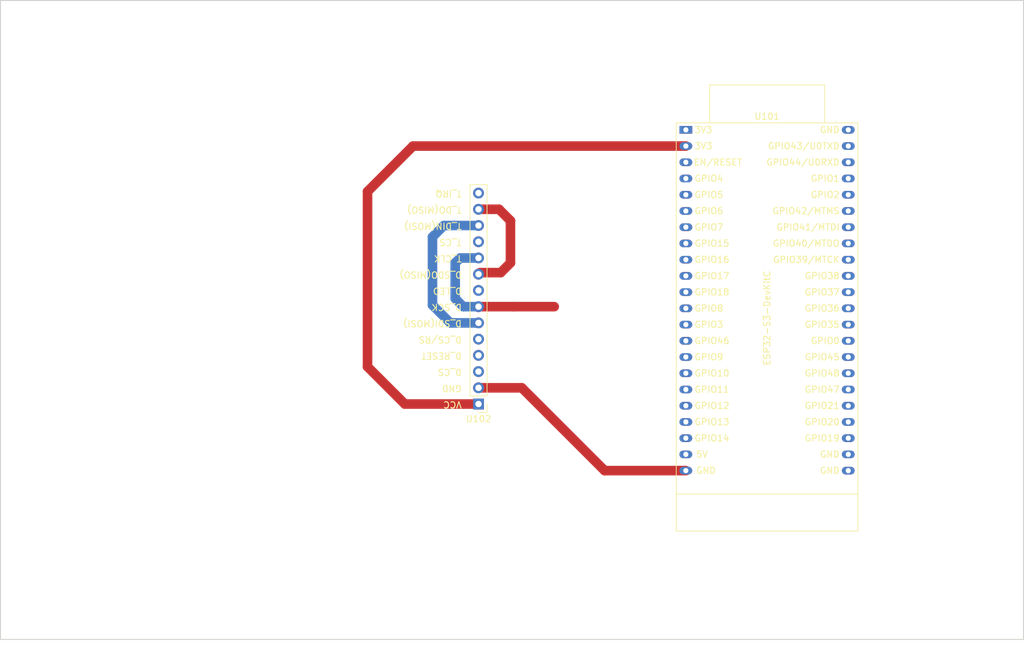
<source format=kicad_pcb>
(kicad_pcb (version 20221018) (generator pcbnew)
  (layers (0 "F.Cu" signal) (31 "B.Cu" signal) (34 "B.Paste" user) (35 "F.Paste" user) (36 "B.SilkS" user "B.Silkscreen") (37 "F.SilkS" user "F.Silkscreen") (38 "B.Mask" user) (39 "F.Mask" user) (44 "Edge.Cuts" user))
  (net 0 "")
  (net 29 "Net-(U102-VCC)")
  (net 30 "Net-(U101-GPIO6{slash}ADC1_CH5)")
  (net 31 "Net-(U101-GPIO7{slash}ADC1_CH6)")
  (net 32 "Net-(U101-GPIO8{slash}ADC1_CH7)")
  (net 33 "Net-(U101-GPIO3{slash}ADC1_CH2)")
  (net 34 "Net-(U101-GPIO9{slash}ADC1_CH8)")
  (net 35 "Net-(U101-GPIO10{slash}ADC1_CH9)")
  (net 36 "Net-(U101-GPIO11{slash}ADC2_CH0)")
  (net 37 "Net-(U101-GPIO12{slash}ADC2_CH1)")
  (net 38 "Net-(U101-GPIO14{slash}ADC2_CH3)")
  (net 39 "Net-(U102-GND)")
  (footprint "KiCad_modulesFP:tft_st7796s_xpt2046" (layer "F.Cu") (at 129.76 108.16 180)
    (fp_text reference "U102" (at 0 -2.33) (layer "F.SilkS"))
    (fp_text value "TFT_ST7796S_XPT2046")
    (fp_text user "D_RESET" (at 2.54 8.12 180 unlocked) (layer "F.SilkS") (effects (justify left bottom)))
    (fp_text user "T_DIN(MOSI)" (at 2.54 28.44 180 unlocked) (layer "F.SilkS") (effects (justify left bottom)))
    (fp_text user "T_CS" (at 2.54 25.9 180 unlocked) (layer "F.SilkS") (effects (justify left bottom)))
    (fp_text user "T_IRQ" (at 2.54 33.52 180 unlocked) (layer "F.SilkS") (effects (justify left bottom)))
    (fp_text user "D_SDI(MOSI)" (at 2.54 13.2 180 unlocked) (layer "F.SilkS") (effects (justify left bottom)))
    (fp_text user "D_LED" (at 2.54 18.28 180 unlocked) (layer "F.SilkS") (effects (justify left bottom)))
    (fp_text user "VCC" (at 2.54 0.5 180 unlocked) (layer "F.SilkS") (effects (justify left bottom)))
    (fp_text user "D_CS" (at 2.54 5.58 180 unlocked) (layer "F.SilkS") (effects (justify left bottom)))
    (fp_text user "D_CS/RS" (at 2.54 10.66 180 unlocked) (layer "F.SilkS") (effects (justify left bottom)))
    (fp_text user "GND" (at 2.54 3.04 180 unlocked) (layer "F.SilkS") (effects (justify left bottom)))
    (fp_text user "T_DO(MISO)" (at 2.54 30.98 180 unlocked) (layer "F.SilkS") (effects (justify left bottom)))
    (fp_text user "D_SDO(MISO)" (at 2.54 20.82 180 unlocked) (layer "F.SilkS") (effects (justify left bottom)))
    (fp_text user "T_CLK" (at 2.54 23.36 180 unlocked) (layer "F.SilkS") (effects (justify left bottom)))
    (fp_text user "D_SCK" (at 2.54 15.74 180 unlocked) (layer "F.SilkS") (effects (justify left bottom)))
    (fp_line (start -1.33 -1.33) (end 0 -1.33) (stroke (width 0.12)) (layer "F.SilkS"))
    (fp_line (start -1.33 0) (end -1.33 -1.33) (stroke (width 0.12)) (layer "F.SilkS"))
    (fp_line (start -1.33 1.27) (end -1.33 34.35) (stroke (width 0.12)) (layer "F.SilkS"))
    (fp_line (start -1.33 1.27) (end 1.33 1.27) (stroke (width 0.12)) (layer "F.SilkS"))
    (fp_line (start -1.33 34.35) (end 1.33 34.35) (stroke (width 0.12)) (layer "F.SilkS"))
    (fp_line (start 1.33 1.27) (end 1.33 34.35) (stroke (width 0.12)) (layer "F.SilkS"))
    (pad "1" thru_hole rect (at 0 0 180) (size 1.7 1.7) (drill 1) (layers "*.Cu" "*.Mask") (net 29 "Net-(U102-VCC)"))
    (pad "2" thru_hole oval (at 0 2.54 180) (size 1.7 1.7) (drill 1) (layers "*.Cu" "*.Mask") (net 39 "Net-(U102-GND)"))
    (pad "3" thru_hole oval (at 0 5.08 180) (size 1.7 1.7) (drill 1) (layers "*.Cu" "*.Mask") (net 35 "Net-(U101-GPIO10{slash}ADC1_CH9)"))
    (pad "4" thru_hole oval (at 0 7.62 180) (size 1.7 1.7) (drill 1) (layers "*.Cu" "*.Mask") (net 38 "Net-(U101-GPIO14{slash}ADC2_CH3)"))
    (pad "5" thru_hole oval (at 0 10.16 180) (size 1.7 1.7) (drill 1) (layers "*.Cu" "*.Mask") (net 34 "Net-(U101-GPIO9{slash}ADC1_CH8)"))
    (pad "6" thru_hole oval (at 0 12.7 180) (size 1.7 1.7) (drill 1) (layers "*.Cu" "*.Mask") (net 36 "Net-(U101-GPIO11{slash}ADC2_CH0)"))
    (pad "7" thru_hole oval (at 0 15.24 180) (size 1.7 1.7) (drill 1) (layers "*.Cu" "*.Mask") (net 37 "Net-(U101-GPIO12{slash}ADC2_CH1)"))
    (pad "8" thru_hole oval (at 0 17.78 180) (size 1.7 1.7) (drill 1) (layers "*.Cu" "*.Mask") (net 33 "Net-(U101-GPIO3{slash}ADC1_CH2)"))
    (pad "9" thru_hole oval (at 0 20.32 180) (size 1.7 1.7) (drill 1) (layers "*.Cu" "*.Mask") (net 32 "Net-(U101-GPIO8{slash}ADC1_CH7)"))
    (pad "10" thru_hole oval (at 0 22.86 180) (size 1.7 1.7) (drill 1) (layers "*.Cu" "*.Mask") (net 37 "Net-(U101-GPIO12{slash}ADC2_CH1)"))
    (pad "11" thru_hole oval (at 0 25.4 180) (size 1.7 1.7) (drill 1) (layers "*.Cu" "*.Mask") (net 30 "Net-(U101-GPIO6{slash}ADC1_CH5)"))
    (pad "12" thru_hole oval (at 0 27.94 180) (size 1.7 1.7) (drill 1) (layers "*.Cu" "*.Mask") (net 36 "Net-(U101-GPIO11{slash}ADC2_CH0)"))
    (pad "13" thru_hole oval (at 0 30.48 180) (size 1.7 1.7) (drill 1) (layers "*.Cu" "*.Mask") (net 32 "Net-(U101-GPIO8{slash}ADC1_CH7)"))
    (pad "14" thru_hole oval (at 0 33.02 180) (size 1.7 1.7) (drill 1) (layers "*.Cu" "*.Mask") (net 31 "Net-(U101-GPIO7{slash}ADC1_CH6)"))
  )
  (footprint "KiCad_modulesFP:ESP32-S3-DevKitC_wide" (layer "F.Cu") (at 162.188 65.244)
    (fp_text reference "U101" (at 12.7 -2.1) (layer "F.SilkS"))
    (fp_text value "ESP32-S3-DevKitC" (at 12.69632 29.46128 90) (layer "F.SilkS"))
    (fp_text user "GND" (at 24.13 50.8 unlocked) (layer "F.SilkS") (effects (justify right)))
    (fp_text user "GPIO35" (at 24.13 30.48 unlocked) (layer "F.SilkS") (effects (justify right)))
    (fp_text user "GPIO21" (at 24.13 43.18 unlocked) (layer "F.SilkS") (effects (justify right)))
    (fp_text user "GPIO47" (at 24.13 40.64 unlocked) (layer "F.SilkS") (effects (justify right)))
    (fp_text user "GPIO6" (at 1.27 12.7 unlocked) (layer "F.SilkS") (effects (justify left)))
    (fp_text user "GPIO37" (at 24.13 25.4 unlocked) (layer "F.SilkS") (effects (justify right)))
    (fp_text user "GPIO0" (at 24.13 33.02 unlocked) (layer "F.SilkS") (effects (justify right)))
    (fp_text user "GPIO1" (at 24.13 7.62 unlocked) (layer "F.SilkS") (effects (justify right)))
    (fp_text user "EN/RESET" (at 8.88632 5.07728 unlocked) (layer "F.SilkS") (effects (justify right)))
    (fp_text user "GPIO46" (at 1.27 33.02 unlocked) (layer "F.SilkS") (effects (justify left)))
    (fp_text user "GPIO16" (at 1.27 20.32 unlocked) (layer "F.SilkS") (effects (justify left)))
    (fp_text user "GPIO36" (at 24.13 27.94 unlocked) (layer "F.SilkS") (effects (justify right)))
    (fp_text user "GPIO39/MTCK" (at 24.13 20.32 unlocked) (layer "F.SilkS") (effects (justify right)))
    (fp_text user "3V3" (at 1.27 2.54 unlocked) (layer "F.SilkS") (effects (justify left)))
    (fp_text user "GPIO12" (at 1.27 43.18 unlocked) (layer "F.SilkS") (effects (justify left)))
    (fp_text user "GND" (at 24.13 0 unlocked) (layer "F.SilkS") (effects (justify right)))
    (fp_text user "GPIO19" (at 24.13 48.26 unlocked) (layer "F.SilkS") (effects (justify right)))
    (fp_text user "GPIO38" (at 24.13 22.86 unlocked) (layer "F.SilkS") (effects (justify right)))
    (fp_text user "GPIO45" (at 24.13 35.56 unlocked) (layer "F.SilkS") (effects (justify right)))
    (fp_text user "GPIO17" (at 1.27 22.86 unlocked) (layer "F.SilkS") (effects (justify left)))
    (fp_text user "GND" (at 24.13 53.34 unlocked) (layer "F.SilkS") (effects (justify right)))
    (fp_text user "GPIO9" (at 1.27 35.56 unlocked) (layer "F.SilkS") (effects (justify left)))
    (fp_text user "GPIO7" (at 1.27 15.24 unlocked) (layer "F.SilkS") (effects (justify left)))
    (fp_text user "5V" (at 1.52032 50.79728 unlocked) (layer "F.SilkS") (effects (justify left)))
    (fp_text user "GPIO4" (at 1.27 7.62 unlocked) (layer "F.SilkS") (effects (justify left)))
    (fp_text user "GPIO8" (at 1.27 27.94 unlocked) (layer "F.SilkS") (effects (justify left)))
    (fp_text user "GPIO20" (at 24.13 45.72 unlocked) (layer "F.SilkS") (effects (justify right)))
    (fp_text user "GPIO43/U0TXD" (at 24.13 2.54 unlocked) (layer "F.SilkS") (effects (justify right)))
    (fp_text user "GPIO3" (at 1.27 30.48 unlocked) (layer "F.SilkS") (effects (justify left)))
    (fp_text user "GPIO18" (at 1.27 25.4 unlocked) (layer "F.SilkS") (effects (justify left)))
    (fp_text user "GPIO14" (at 1.27 48.26 unlocked) (layer "F.SilkS") (effects (justify left)))
    (fp_text user "GPIO44/U0RXD" (at 24.13 5.08 unlocked) (layer "F.SilkS") (effects (justify right)))
    (fp_text user "GPIO13" (at 1.27 45.72 unlocked) (layer "F.SilkS") (effects (justify left)))
    (fp_text user "GPIO15" (at 1.27 17.78 unlocked) (layer "F.SilkS") (effects (justify left)))
    (fp_text user "GPIO5" (at 1.27 10.16 unlocked) (layer "F.SilkS") (effects (justify left)))
    (fp_text user "GPIO42/MTMS" (at 24.13 12.7 unlocked) (layer "F.SilkS") (effects (justify right)))
    (fp_text user "GPIO41/MTDI" (at 24.13 15.24 unlocked) (layer "F.SilkS") (effects (justify right)))
    (fp_text user "GPIO40/MTDO" (at 24.13 17.78 unlocked) (layer "F.SilkS") (effects (justify right)))
    (fp_text user "GPIO48" (at 24.13 38.1 unlocked) (layer "F.SilkS") (effects (justify right)))
    (fp_text user "GPIO11" (at 1.27 40.64 unlocked) (layer "F.SilkS") (effects (justify left)))
    (fp_text user "GPIO2" (at 24.13 10.16 unlocked) (layer "F.SilkS") (effects (justify right)))
    (fp_text user "GND" (at 1.52032 53.33728 unlocked) (layer "F.SilkS") (effects (justify left)))
    (fp_text user "GPIO10" (at 1.27 38.1 unlocked) (layer "F.SilkS") (effects (justify left)))
    (fp_text user "3V3" (at 1.27 0 unlocked) (layer "F.SilkS") (effects (justify left)))
    (fp_line (start -1.5 57) (end 26.9 57) (stroke (width 0.12)) (layer "F.SilkS"))
    (fp_line (start -1.5 62.79728) (end 26.9 62.79728) (stroke (width 0.12)) (layer "F.SilkS"))
    (fp_line (start -1.499999 -1.1) (end -1.5 62.79728) (stroke (width 0.12)) (layer "F.SilkS"))
    (fp_line (start 3.73012 -7.01312) (end 21.71332 -7.01312) (stroke (width 0.12)) (layer "F.SilkS"))
    (fp_line (start 3.73012 -1.12032) (end 3.73012 -7.01312) (stroke (width 0.12)) (layer "F.SilkS"))
    (fp_line (start 21.71332 -7.01312) (end 21.71332 -1.12032) (stroke (width 0.12)) (layer "F.SilkS"))
    (fp_line (start 26.9 -1.1) (end -1.499999 -1.1) (stroke (width 0.12)) (layer "F.SilkS"))
    (fp_line (start 26.9 62.79728) (end 26.9 -1.1) (stroke (width 0.12)) (layer "F.SilkS"))
    (pad "1" thru_hole rect (at 0 0 270) (size 1.2 2) (drill 0.8) (layers "*.Cu" "*.Mask") (net 29 "Net-(U102-VCC)"))
    (pad "2" thru_hole oval (at 0 2.54 270) (size 1.2 2) (drill 0.8) (layers "*.Cu" "*.Mask") (net 29 "Net-(U102-VCC)"))
    (pad "3" thru_hole oval (at 0 5.08 270) (size 1.2 2) (drill 0.8) (layers "*.Cu" "*.Mask"))
    (pad "4" thru_hole oval (at 0 7.62 270) (size 1.2 2) (drill 0.8) (layers "*.Cu" "*.Mask"))
    (pad "5" thru_hole oval (at 0 10.16 270) (size 1.2 2) (drill 0.8) (layers "*.Cu" "*.Mask"))
    (pad "6" thru_hole oval (at 0 12.7 270) (size 1.2 2) (drill 0.8) (layers "*.Cu" "*.Mask") (net 30 "Net-(U101-GPIO6{slash}ADC1_CH5)"))
    (pad "7" thru_hole oval (at 0 15.24 270) (size 1.2 2) (drill 0.8) (layers "*.Cu" "*.Mask") (net 31 "Net-(U101-GPIO7{slash}ADC1_CH6)"))
    (pad "8" thru_hole oval (at 0 17.78 270) (size 1.2 2) (drill 0.8) (layers "*.Cu" "*.Mask"))
    (pad "9" thru_hole oval (at 0 20.32 270) (size 1.2 2) (drill 0.8) (layers "*.Cu" "*.Mask"))
    (pad "10" thru_hole oval (at 0 22.86 270) (size 1.2 2) (drill 0.8) (layers "*.Cu" "*.Mask"))
    (pad "11" thru_hole oval (at 0 25.4 270) (size 1.2 2) (drill 0.8) (layers "*.Cu" "*.Mask"))
    (pad "12" thru_hole oval (at 0 27.94 270) (size 1.2 2) (drill 0.8) (layers "*.Cu" "*.Mask") (net 32 "Net-(U101-GPIO8{slash}ADC1_CH7)"))
    (pad "13" thru_hole oval (at 0 30.48 270) (size 1.2 2) (drill 0.8) (layers "*.Cu" "*.Mask") (net 33 "Net-(U101-GPIO3{slash}ADC1_CH2)"))
    (pad "14" thru_hole oval (at 0 33.02 270) (size 1.2 2) (drill 0.8) (layers "*.Cu" "*.Mask"))
    (pad "15" thru_hole oval (at 0 35.56 270) (size 1.2 2) (drill 0.8) (layers "*.Cu" "*.Mask") (net 34 "Net-(U101-GPIO9{slash}ADC1_CH8)"))
    (pad "16" thru_hole oval (at 0 38.1 270) (size 1.2 2) (drill 0.8) (layers "*.Cu" "*.Mask") (net 35 "Net-(U101-GPIO10{slash}ADC1_CH9)"))
    (pad "17" thru_hole oval (at 0 40.64 270) (size 1.2 2) (drill 0.8) (layers "*.Cu" "*.Mask") (net 36 "Net-(U101-GPIO11{slash}ADC2_CH0)"))
    (pad "18" thru_hole oval (at 0 43.18 270) (size 1.2 2) (drill 0.8) (layers "*.Cu" "*.Mask") (net 37 "Net-(U101-GPIO12{slash}ADC2_CH1)"))
    (pad "19" thru_hole oval (at 0 45.72 270) (size 1.2 2) (drill 0.8) (layers "*.Cu" "*.Mask"))
    (pad "20" thru_hole oval (at -0.00368 48.25728 270) (size 1.2 2) (drill 0.8) (layers "*.Cu" "*.Mask") (net 38 "Net-(U101-GPIO14{slash}ADC2_CH3)"))
    (pad "21" thru_hole oval (at -0.00368 50.79728 270) (size 1.2 2) (drill 0.8) (layers "*.Cu" "*.Mask"))
    (pad "22" thru_hole oval (at -0.00368 53.33728 270) (size 1.2 2) (drill 0.8) (layers "*.Cu" "*.Mask") (net 39 "Net-(U102-GND)"))
    (pad "23" thru_hole oval (at 25.4 53.34 270) (size 1.2 2) (drill 0.8) (layers "*.Cu" "*.Mask") (net 39 "Net-(U102-GND)"))
    (pad "24" thru_hole oval (at 25.4 50.8 270) (size 1.2 2) (drill 0.8) (layers "*.Cu" "*.Mask") (net 39 "Net-(U102-GND)"))
    (pad "25" thru_hole oval (at 25.4 48.26 270) (size 1.2 2) (drill 0.8) (layers "*.Cu" "*.Mask"))
    (pad "26" thru_hole oval (at 25.4 45.72 270) (size 1.2 2) (drill 0.8) (layers "*.Cu" "*.Mask"))
    (pad "27" thru_hole oval (at 25.4 43.18 270) (size 1.2 2) (drill 0.8) (layers "*.Cu" "*.Mask"))
    (pad "28" thru_hole oval (at 25.4 40.64 270) (size 1.2 2) (drill 0.8) (layers "*.Cu" "*.Mask"))
    (pad "29" thru_hole oval (at 25.4 38.1 270) (size 1.2 2) (drill 0.8) (layers "*.Cu" "*.Mask"))
    (pad "30" thru_hole oval (at 25.4 35.56 270) (size 1.2 2) (drill 0.8) (layers "*.Cu" "*.Mask"))
    (pad "31" thru_hole oval (at 25.4 33.02 270) (size 1.2 2) (drill 0.8) (layers "*.Cu" "*.Mask"))
    (pad "32" thru_hole oval (at 25.4 30.48 270) (size 1.2 2) (drill 0.8) (layers "*.Cu" "*.Mask"))
    (pad "33" thru_hole oval (at 25.4 27.94 270) (size 1.2 2) (drill 0.8) (layers "*.Cu" "*.Mask"))
    (pad "34" thru_hole oval (at 25.4 25.4 270) (size 1.2 2) (drill 0.8) (layers "*.Cu" "*.Mask"))
    (pad "35" thru_hole oval (at 25.4 22.86 270) (size 1.2 2) (drill 0.8) (layers "*.Cu" "*.Mask"))
    (pad "36" thru_hole oval (at 25.4 20.32 270) (size 1.2 2) (drill 0.8) (layers "*.Cu" "*.Mask"))
    (pad "37" thru_hole oval (at 25.4 17.78 270) (size 1.2 2) (drill 0.8) (layers "*.Cu" "*.Mask"))
    (pad "38" thru_hole oval (at 25.4 15.24 270) (size 1.2 2) (drill 0.8) (layers "*.Cu" "*.Mask"))
    (pad "39" thru_hole oval (at 25.4 12.7 270) (size 1.2 2) (drill 0.8) (layers "*.Cu" "*.Mask"))
    (pad "40" thru_hole oval (at 25.4 10.16 270) (size 1.2 2) (drill 0.8) (layers "*.Cu" "*.Mask"))
    (pad "41" thru_hole oval (at 25.4 7.62 270) (size 1.2 2) (drill 0.8) (layers "*.Cu" "*.Mask"))
    (pad "42" thru_hole oval (at 25.4 5.08 270) (size 1.2 2) (drill 0.8) (layers "*.Cu" "*.Mask"))
    (pad "43" thru_hole oval (at 25.4 2.54 270) (size 1.2 2) (drill 0.8) (layers "*.Cu" "*.Mask"))
    (pad "44" thru_hole oval (at 25.4 0 270) (size 1.2 2) (drill 0.8) (layers "*.Cu" "*.Mask") (net 39 "Net-(U102-GND)"))
  )
  (gr_rect locked (start 55 45) (end 215 145) (stroke (width 0.15)) (fill none) (layer "Edge.Cuts"))
  (segment (start 118.236 108.16) (end 112.404 102.328) (width 1.5) (layer "F.Cu") (net 29))
  (segment (start 119.516 67.784) (end 112.404 74.896) (width 1.5) (layer "F.Cu") (net 29))
  (segment (start 112.404 74.896) (end 112.404 102.328) (width 1.5) (layer "F.Cu") (net 29))
  (segment (start 162.188 67.784) (end 119.516 67.784) (width 1.5) (layer "F.Cu") (net 29))
  (segment (start 129.76 108.16) (end 118.236 108.16) (width 1.5) (layer "F.Cu") (net 29))
  (segment (start 132.968 77.68) (end 134.756 79.468) (width 1.5) (layer "F.Cu") (net 32))
  (segment (start 133.232 87.596) (end 130.004 87.596) (width 1.5) (layer "F.Cu") (net 32))
  (segment (start 129.76 77.68) (end 132.968 77.68) (width 1.5) (layer "F.Cu") (net 32))
  (segment (start 134.756 86.072) (end 133.232 87.596) (width 1.5) (layer "F.Cu") (net 32))
  (segment (start 134.756 79.468) (end 134.756 86.072) (width 1.5) (layer "F.Cu") (net 32))
  (segment (start 130.004 87.596) (end 129.76 87.84) (width 1.5) (layer "F.Cu") (net 32))
  (segment (start 125.348 95.46) (end 122.564 92.676) (width 1.5) (layer "B.Cu") (net 36))
  (segment (start 129.76 80.22) (end 124.352 80.22) (width 1.5) (layer "B.Cu") (net 36))
  (segment (start 129.76 95.46) (end 125.348 95.46) (width 1.5) (layer "B.Cu") (net 36))
  (segment (start 124.352 80.22) (end 122.564 82.008) (width 1.5) (layer "B.Cu") (net 36))
  (segment (start 122.564 82.008) (end 122.564 92.676) (width 1.5) (layer "B.Cu") (net 36))
  (segment (start 135.264 92.92) (end 141.604 92.92) (width 1.5) (layer "F.Cu") (net 37))
  (segment (start 129.76 92.92) (end 135.264 92.92) (width 1.5) (layer "F.Cu") (net 37))
  (segment (start 126.12 86.072) (end 126.12 91.66) (width 1.5) (layer "B.Cu") (net 37))
  (segment (start 129.76 85.3) (end 126.892 85.3) (width 1.5) (layer "B.Cu") (net 37))
  (segment (start 126.12 91.66) (end 127.38 92.92) (width 1.5) (layer "B.Cu") (net 37))
  (segment (start 127.38 92.92) (end 129.76 92.92) (width 1.5) (layer "B.Cu") (net 37))
  (segment (start 126.892 85.3) (end 126.12 86.072) (width 1.5) (layer "B.Cu") (net 37))
  (segment (start 129.76 105.62) (end 136.524 105.62) (width 1.5) (layer "F.Cu") (net 39))
  (segment (start 136.524 105.62) (end 149.48528 118.58128) (width 1.5) (layer "F.Cu") (net 39))
  (segment (start 149.48528 118.58128) (end 162.18432 118.58128) (width 1.5) (layer "F.Cu") (net 39))
)
</source>
